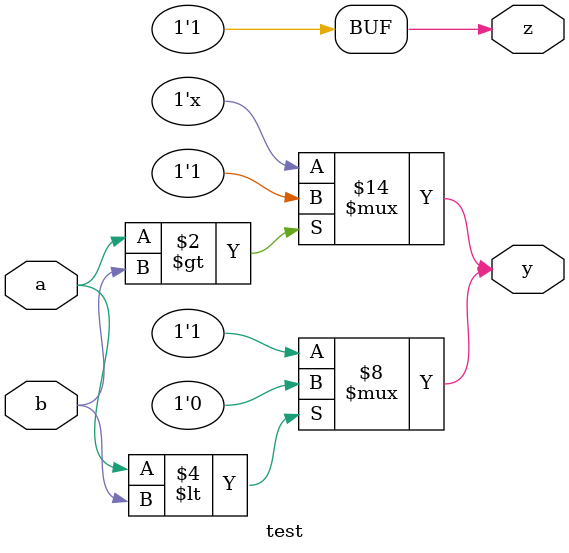
<source format=sv>
module test
(
    input logic a, b,
    output logic y, z
);

always_comb begin
    if (a > b) begin
        y = 1;
        z = 0;
    end
end
always_comb begin
    if (a < b) begin
        y = 0;
        z = 1;
    end
    else begin
        y = 1;
        z = 1;
    end
end

endmodule

</source>
